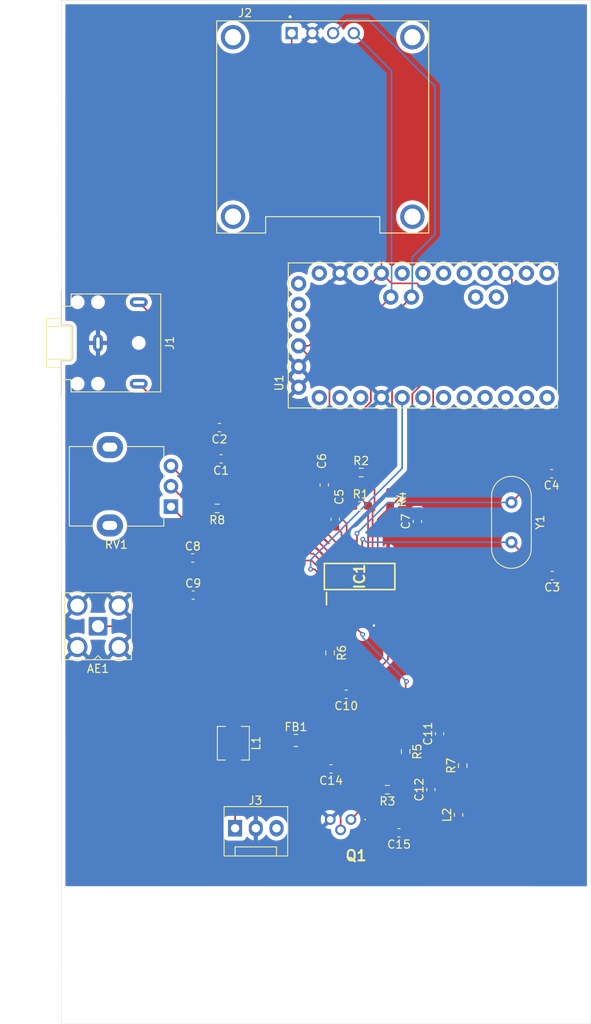
<source format=kicad_pcb>
(kicad_pcb (version 20241229) (generator "pcbnew") (generator_version "9.0")
  (layers (0 "F.Cu" signal) (2 "B.Cu" signal) (13 "F.Paste" user) (15 "B.Paste" user) (5 "F.SilkS" user "F.Silkscreen") (7 "B.SilkS" user "B.Silkscreen") (1 "F.Mask" user) (3 "B.Mask" user) (25 "Edge.Cuts" user))
  (net 0 "")
  (net 1 "AM_ANT")
  (net 2 "Net-(C1-Pad2)")
  (net 3 "Net-(IC1-LOUT)")
  (net 4 "Net-(C2-Pad2)")
  (net 5 "Net-(IC1-ROUT)")
  (net 6 "GND")
  (net 7 "XTAL1")
  (net 8 "XTAL2")
  (net 9 "Net-(IC1-DBYP)")
  (net 10 "+3V3")
  (net 11 "RST")
  (net 12 "TUNE1")
  (net 13 "Net-(IC1-AMI)")
  (net 14 "Net-(C12-Pad1)")
  (net 15 "Net-(C14-Pad2)")
  (net 16 "Net-(Q1-B)")
  (net 17 "FM_ANT")
  (net 18 "Net-(Q1-C)")
  (net 19 "SCLK")
  (net 20 "SDIO")
  (net 21 "LNA")
  (net 22 "Net-(R8-Pad2)")
  (net 23 "TUNE2")
  (net 44 "IRQ")
  (footprint "Capacitor_SMD:C_0603_1608Metric_Pad1.08x0.95mm_HandSolder" (layer "F.Cu") (at 103.3185 76.1548 -90)
    (property "Reference" "C6" (at -2.9315 0.2948 90) (layer "F.SilkS"))
    (property "Value" "0.1uF")
    (fp_line (start -0.146267 0.51) (end 0.146267 0.51) (stroke (width 0.12)) (layer "F.SilkS"))
    (fp_line (start -0.146267 -0.51) (end 0.146267 -0.51) (stroke (width 0.12)) (layer "F.SilkS"))
    (pad "1" smd roundrect (at -0.8625 0 270) (size 1.075 0.95) (layers "F.Cu" "F.Mask" "F.Paste") (net 10 "+3V3"))
    (pad "2" smd roundrect (at 0.8625 0 270) (size 1.075 0.95) (layers "F.Cu" "F.Mask" "F.Paste") (net 9 "Net-(IC1-DBYP)"))
  )
  (footprint "Crystal:Crystal_HC49-4H_Vertical" (layer "F.Cu") (at 126.2737 78.2933 -90)
    (property "Reference" "Y1" (at 2.44 -3.52 90) (layer "F.SilkS"))
    (property "Value" "32.768 kHz")
    (fp_line (start 5.64 2.435) (end -0.76 2.435) (stroke (width 0.12)) (layer "F.SilkS"))
    (fp_line (start -0.76 -2.435) (end 5.64 -2.435) (stroke (width 0.12)) (layer "F.SilkS"))
    (fp_arc (start -0.76 2.435) (mid -3.195 0) (end -0.76 -2.435) (stroke (width 0.12)) (layer "F.SilkS"))
    (fp_arc (start 5.64 -2.435) (mid 8.075 0) (end 5.64 2.435) (stroke (width 0.12)) (layer "F.SilkS"))
    (pad "1" thru_hole circle (at 0 0 270) (size 1.5 1.5) (drill 0.8) (layers "*.Cu" "*.Mask") (net 8 "XTAL2"))
    (pad "2" thru_hole circle (at 4.88 0 270) (size 1.5 1.5) (drill 0.8) (layers "*.Cu" "*.Mask") (net 7 "XTAL1"))
  )
  (footprint "Resistor_SMD:R_0603_1608Metric_Pad0.98x0.95mm_HandSolder" (layer "F.Cu") (at 107.8416 74.6297)
    (property "Reference" "R2" (at 0 -1.43 0) (layer "F.SilkS"))
    (property "Value" "2.2K")
    (fp_line (start -0.254724 -0.5225) (end 0.254724 -0.5225) (stroke (width 0.12)) (layer "F.SilkS"))
    (fp_line (start -0.254724 0.5225) (end 0.254724 0.5225) (stroke (width 0.12)) (layer "F.SilkS"))
    (pad "1" smd roundrect (at -0.9125 0) (size 0.975 0.95) (layers "F.Cu" "F.Mask" "F.Paste") (net 10 "+3V3"))
    (pad "2" smd roundrect (at 0.9125 0) (size 0.975 0.95) (layers "F.Cu" "F.Mask" "F.Paste") (net 20 "SDIO"))
  )
  (footprint "Resistor_SMD:R_0603_1608Metric_Pad0.98x0.95mm_HandSolder" (layer "F.Cu") (at 113.2976 108.8283 -90)
    (property "Reference" "R5" (at 0 -1.43 90) (layer "F.SilkS"))
    (property "Value" "10")
    (fp_line (start -0.254724 0.5225) (end 0.254724 0.5225) (stroke (width 0.12)) (layer "F.SilkS"))
    (fp_line (start -0.254724 -0.5225) (end 0.254724 -0.5225) (stroke (width 0.12)) (layer "F.SilkS"))
    (pad "1" smd roundrect (at -0.9125 0 270) (size 0.975 0.95) (layers "F.Cu" "F.Mask" "F.Paste") (net 10 "+3V3"))
    (pad "2" smd roundrect (at 0.9125 0 270) (size 0.975 0.95) (layers "F.Cu" "F.Mask" "F.Paste") (net 14 "Net-(C12-Pad1)"))
  )
  (footprint "Inductor_SMD:L_Murata_DEM3518C" (layer "F.Cu") (at 92.1648 107.8104 -90)
    (property "Reference" "L1" (at 0 -2.8 90) (layer "F.SilkS"))
    (property "Value" "AM_ANT")
    (fp_line (start -2.06 1.96) (end -2.06 0.96) (stroke (width 0.12)) (layer "F.SilkS"))
    (fp_line (start 2.06 1.96) (end -2.06 1.96) (stroke (width 0.12)) (layer "F.SilkS"))
    (fp_line (start 2.06 0.96) (end 2.06 1.96) (stroke (width 0.12)) (layer "F.SilkS"))
    (fp_line (start -2.06 -0.96) (end -2.06 -1.96) (stroke (width 0.12)) (layer "F.SilkS"))
    (fp_line (start -2.06 -1.96) (end 2.06 -1.96) (stroke (width 0.12)) (layer "F.SilkS"))
    (fp_line (start 2.06 -1.96) (end 2.06 -0.96) (stroke (width 0.12)) (layer "F.SilkS"))
    (pad "1" smd roundrect (at -1.65 0 270) (size 1 1.4) (layers "F.Cu" "F.Mask" "F.Paste") (net 6 "GND"))
    (pad "2" smd roundrect (at 1.65 0 270) (size 1 1.4) (layers "F.Cu" "F.Mask" "F.Paste") (net 1 "AM_ANT"))
  )
  (footprint "Resistor_SMD:R_0603_1608Metric_Pad0.98x0.95mm_HandSolder" (layer "F.Cu") (at 90.1837 79.0233 180)
    (property "Reference" "R8" (at 0 -1.43 0) (layer "F.SilkS"))
    (property "Value" "100")
    (fp_line (start -0.254724 0.5225) (end 0.254724 0.5225) (stroke (width 0.12)) (layer "F.SilkS"))
    (fp_line (start -0.254724 -0.5225) (end 0.254724 -0.5225) (stroke (width 0.12)) (layer "F.SilkS"))
    (pad "1" smd roundrect (at -0.9125 0 180) (size 0.975 0.95) (layers "F.Cu" "F.Mask" "F.Paste") (net 6 "GND"))
    (pad "2" smd roundrect (at 0.9125 0 180) (size 0.975 0.95) (layers "F.Cu" "F.Mask" "F.Paste") (net 22 "Net-(R8-Pad2)"))
  )
  (footprint "Connector_Audio:Jack_3.5mm_CUI_SJ1-3523N_Horizontal" (layer "F.Cu") (at 75.5637 58.7433 -90)
    (property "Reference" "J1" (at 0 -8.8 90) (layer "F.SilkS"))
    (property "Value" "AudioJack3")
    (fp_line (start -3 6.3) (end -3 4.5) (stroke (width 0.12)) (layer "F.SilkS"))
    (fp_line (start 2 6.3) (end 2 3.3) (stroke (width 0.12)) (layer "F.SilkS"))
    (fp_line (start 3 6.3) (end -3 6.3) (stroke (width 0.12)) (layer "F.SilkS"))
    (fp_line (start -4.5 4.5) (end -4.5 3.3) (stroke (width 0.12)) (layer "F.SilkS"))
    (fp_line (start -3 4.5) (end -4.5 4.5) (stroke (width 0.12)) (layer "F.SilkS"))
    (fp_line (start 3 4.5) (end 3 6.3) (stroke (width 0.12)) (layer "F.SilkS"))
    (fp_line (start 4.5 4.5) (end 3 4.5) (stroke (width 0.12)) (layer "F.SilkS"))
    (fp_line (start -6 3.3) (end -6 -7.7) (stroke (width 0.12)) (layer "F.SilkS"))
    (fp_line (start -4.5 3.3) (end -6 3.3) (stroke (width 0.12)) (layer "F.SilkS"))
    (fp_line (start -2 3.3) (end -2 6.3) (stroke (width 0.12)) (layer "F.SilkS"))
    (fp_line (start 2 3.3) (end -2 3.3) (stroke (width 0.12)) (layer "F.SilkS"))
    (fp_line (start 4.5 3.3) (end 4.5 4.5) (stroke (width 0.12)) (layer "F.SilkS"))
    (fp_line (start 6 3.3) (end 4.5 3.3) (stroke (width 0.12)) (layer "F.SilkS"))
    (fp_line (start -6 -7.7) (end 6 -7.7) (stroke (width 0.12)) (layer "F.SilkS"))
    (fp_line (start 6 -7.7) (end 6 3.3) (stroke (width 0.12)) (layer "F.SilkS"))
    (fp_line (start -2.2 4.5) (end -6.5 4.5) (stroke (width 0.12)) (layer "Edge.Cuts"))
    (fp_line (start 2.2 4.5) (end 6.5 4.5) (stroke (width 0.12)) (layer "Edge.Cuts"))
    (fp_line (start -2.2 3.5) (end -2.2 4.5) (stroke (width 0.12)) (layer "Edge.Cuts"))
    (fp_line (start 2.2 3.5) (end 2.2 4.5) (stroke (width 0.12)) (layer "Edge.Cuts"))
    (fp_line (start 1.8 3.1) (end -1.8 3.1) (stroke (width 0.12)) (layer "Edge.Cuts"))
    (fp_arc (start -2.2 3.5) (mid -2.082843 3.217158) (end -1.8 3.1) (stroke (width 0.12)) (layer "Edge.Cuts"))
    (fp_arc (start 1.8 3.1) (mid 2.082843 3.217157) (end 2.2 3.5) (stroke (width 0.12)) (layer "Edge.Cuts"))
    (pad "" np_thru_hole circle (at -5 0 270) (size 1.2 1.2) (drill 1.2) (layers "*.Cu" "*.Mask"))
    (pad "" np_thru_hole circle (at -5 2.5 270) (size 1.2 1.2) (drill 1.2) (layers "*.Cu" "*.Mask"))
    (pad "" np_thru_hole circle (at 0 -5 270) (size 1.2 1.2) (drill 1.2) (layers "*.Cu" "*.Mask"))
    (pad "" np_thru_hole circle (at 5 0 270) (size 1.2 1.2) (drill 1.2) (layers "*.Cu" "*.Mask"))
    (pad "" np_thru_hole circle (at 5 2.5 270) (size 1.2 1.2) (drill 1.2) (layers "*.Cu" "*.Mask"))
    (pad "R" thru_hole oval (at -5 -5 270) (size 1.2 2.2) (drill oval 0.4 1.4) (layers "*.Cu" "*.Mask") (net 4 "Net-(C2-Pad2)"))
    (pad "S" thru_hole oval (at 0 0 270) (size 2.2 1.2) (drill oval 1.4 0.4) (layers "*.Cu" "*.Mask") (net 6 "GND"))
    (pad "T" thru_hole oval (at 5 -5 90) (size 1.2 2.2) (drill oval 0.4 1.4) (layers "*.Cu" "*.Mask") (net 2 "Net-(C1-Pad2)"))
  )
  (footprint "Resistor_SMD:R_0603_1608Metric_Pad0.98x0.95mm_HandSolder" (layer "F.Cu") (at 107.7812 78.7133)
    (property "Reference" "R1" (at 0 -1.43 0) (layer "F.SilkS"))
    (property "Value" "2.2K")
    (fp_line (start -0.254724 -0.5225) (end 0.254724 -0.5225) (stroke (width 0.12)) (layer "F.SilkS"))
    (fp_line (start -0.254724 0.5225) (end 0.254724 0.5225) (stroke (width 0.12)) (layer "F.SilkS"))
    (pad "1" smd roundrect (at -0.9125 0) (size 0.975 0.95) (layers "F.Cu" "F.Mask" "F.Paste") (net 10 "+3V3"))
    (pad "2" smd roundrect (at 0.9125 0) (size 0.975 0.95) (layers "F.Cu" "F.Mask" "F.Paste") (net 19 "SCLK"))
  )
  (footprint "Connector:FanPinHeader_1x03_P2.54mm_Vertical" (layer "F.Cu") (at 92.3807 118.2283)
    (property "Reference" "J3" (at 2.5 -3.4 0) (layer "F.SilkS"))
    (property "Value" "AM_ANTENNA_CONNECTOR")
    (fp_line (start -1.35 -2.65) (end 6.45 -2.65) (stroke (width 0.12)) (layer "F.SilkS"))
    (fp_line (start -1.35 3.4) (end -1.35 -2.65) (stroke (width 0.12)) (layer "F.SilkS"))
    (fp_line (start 0 2.29) (end 5.08 2.29) (stroke (width 0.12)) (layer "F.SilkS"))
    (fp_line (start 0 3.3) (end 0 2.29) (stroke (width 0.12)) (layer "F.SilkS"))
    (fp_line (start 5.08 2.29) (end 5.08 3.3) (stroke (width 0.12)) (layer "F.SilkS"))
    (fp_line (start 6.45 -2.65) (end 6.45 3.4) (stroke (width 0.12)) (layer "F.SilkS"))
    (fp_line (start 6.45 3.4) (end -1.35 3.4) (stroke (width 0.12)) (layer "F.SilkS"))
    (pad "1" thru_hole rect (at 0 0 90) (size 2.03 1.73) (drill 1.02) (layers "*.Cu" "*.Mask") (net 1 "AM_ANT"))
    (pad "2" thru_hole oval (at 2.54 0 90) (size 2.03 1.73) (drill 1.02) (layers "*.Cu" "*.Mask") (net 6 "GND"))
    (pad "3" thru_hole oval (at 5.08 0 90) (size 2.03 1.73) (drill 1.02) (layers "*.Cu" "*.Mask"))
  )
  (footprint "Capacitor_SMD:C_0603_1608Metric_Pad1.08x0.95mm_HandSolder" (layer "F.Cu") (at 104.6647 80.3458 -90)
    (property "Reference" "C5" (at -2.7325 -0.489 90) (layer "F.SilkS"))
    (property "Value" "4.7uF")
    (fp_line (start -0.146267 0.51) (end 0.146267 0.51) (stroke (width 0.12)) (layer "F.SilkS"))
    (fp_line (start -0.146267 -0.51) (end 0.146267 -0.51) (stroke (width 0.12)) (layer "F.SilkS"))
    (pad "1" smd roundrect (at -0.8625 0 270) (size 1.075 0.95) (layers "F.Cu" "F.Mask" "F.Paste") (net 10 "+3V3"))
    (pad "2" smd roundrect (at 0.8625 0 270) (size 1.075 0.95) (layers "F.Cu" "F.Mask" "F.Paste") (net 9 "Net-(IC1-DBYP)"))
  )
  (footprint "RadioLib:SOP64P600X175-24N" (layer "F.Cu") (at 107.6537 87.3733 90)
    (property "Reference" "IC1" (at 0 0 90) (layer "F.SilkS") (effects (font (size 1.27 1.27) (thickness 0.254))))
    (property "Value" "SI4844-A10-GU" (hide yes))
    (fp_line (start 1.6 -4.325) (end 1.6 4.325) (stroke (width 0.2)) (layer "F.SilkS"))
    (fp_line (start -1.6 -4.325) (end 1.6 -4.325) (stroke (width 0.2)) (layer "F.SilkS"))
    (fp_line (start -3.45 -4.06) (end -1.95 -4.06) (stroke (width 0.2)) (layer "F.SilkS"))
    (fp_line (start 1.6 4.325) (end -1.6 4.325) (stroke (width 0.2)) (layer "F.SilkS"))
    (fp_line (start -1.6 4.325) (end -1.6 -4.325) (stroke (width 0.2)) (layer "F.SilkS"))
    (pad "1" smd rect (at -2.7 -3.492 180) (size 0.435 1.5) (layers "F.Cu" "F.Mask" "F.Paste") (net 21 "LNA"))
    (pad "2" smd rect (at -2.7 -2.858 180) (size 0.435 1.5) (layers "F.Cu" "F.Mask" "F.Paste") (net 44 "IRQ"))
    (pad "3" smd rect (at -2.7 -2.222 180) (size 0.435 1.5) (layers "F.Cu" "F.Mask" "F.Paste") (net 12 "TUNE1"))
    (pad "4" smd rect (at -2.7 -1.588 180) (size 0.435 1.5) (layers "F.Cu" "F.Mask" "F.Paste") (net 23 "TUNE2"))
    (pad "5" smd rect (at -2.7 -0.952 180) (size 0.435 1.5) (layers "F.Cu" "F.Mask" "F.Paste") (net 10 "+3V3"))
    (pad "6" smd rect (at -2.7 -0.318 180) (size 0.435 1.5) (layers "F.Cu" "F.Mask" "F.Paste"))
    (pad "7" smd rect (at -2.7 0.318 180) (size 0.435 1.5) (layers "F.Cu" "F.Mask" "F.Paste"))
    (pad "8" smd rect (at -2.7 0.952 180) (size 0.435 1.5) (layers "F.Cu" "F.Mask" "F.Paste") (net 17 "FM_ANT"))
    (pad "9" smd rect (at -2.7 1.588 180) (size 0.435 1.5) (layers "F.Cu" "F.Mask" "F.Paste") (net 6 "GND"))
    (pad "10" smd rect (at -2.7 2.222 180) (size 0.435 1.5) (layers "F.Cu" "F.Mask" "F.Paste") (net 6 "GND"))
    (pad "11" smd rect (at -2.7 2.858 180) (size 0.435 1.5) (layers "F.Cu" "F.Mask" "F.Paste") (net 6 "GND"))
    (pad "12" smd rect (at -2.7 3.492 180) (size 0.435 1.5) (layers "F.Cu" "F.Mask" "F.Paste") (net 13 "Net-(IC1-AMI)"))
    (pad "13" smd rect (at 2.7 3.492 180) (size 0.435 1.5) (layers "F.Cu" "F.Mask" "F.Paste") (net 6 "GND"))
    (pad "14" smd rect (at 2.7 2.858 180) (size 0.435 1.5) (layers "F.Cu" "F.Mask" "F.Paste") (net 6 "GND"))
    (pad "15" smd rect (at 2.7 2.222 180) (size 0.435 1.5) (layers "F.Cu" "F.Mask" "F.Paste") (net 11 "RST"))
    (pad "16" smd rect (at 2.7 1.588 180) (size 0.435 1.5) (layers "F.Cu" "F.Mask" "F.Paste") (net 20 "SDIO"))
    (pad "17" smd rect (at 2.7 0.952 180) (size 0.435 1.5) (layers "F.Cu" "F.Mask" "F.Paste") (net 19 "SCLK"))
    (pad "18" smd rect (at 2.7 0.318 180) (size 0.435 1.5) (layers "F.Cu" "F.Mask" "F.Paste") (net 7 "XTAL1"))
    (pad "19" smd rect (at 2.7 -0.318 180) (size 0.435 1.5) (layers "F.Cu" "F.Mask" "F.Paste") (net 8 "XTAL2"))
    (pad "20" smd rect (at 2.7 -0.952 180) (size 0.435 1.5) (layers "F.Cu" "F.Mask" "F.Paste") (net 10 "+3V3"))
    (pad "21" smd rect (at 2.7 -1.588 180) (size 0.435 1.5) (layers "F.Cu" "F.Mask" "F.Paste") (net 10 "+3V3"))
    (pad "22" smd rect (at 2.7 -2.222 180) (size 0.435 1.5) (layers "F.Cu" "F.Mask" "F.Paste") (net 9 "Net-(IC1-DBYP)"))
    (pad "23" smd rect (at 2.7 -2.858 180) (size 0.435 1.5) (layers "F.Cu" "F.Mask" "F.Paste") (net 5 "Net-(IC1-ROUT)"))
    (pad "24" smd rect (at 2.7 -3.492 180) (size 0.435 1.5) (layers "F.Cu" "F.Mask" "F.Paste") (net 3 "Net-(IC1-LOUT)"))
  )
  (footprint "Potentiometer_THT:Potentiometer_Alpha_RD901F-40-00D_Single_Vertical" (layer "F.Cu") (at 84.5187 78.8133 180)
    (property "Reference" "RV1" (at 6.71 -4.64 0) (layer "F.SilkS"))
    (property "Value" "100K")
    (fp_line (start 12.47 7.37) (end 12.47 -2.37) (stroke (width 0.12)) (layer "F.SilkS"))
    (fp_line (start 9.41 7.37) (end 12.47 7.37) (stroke (width 0.12)) (layer "F.SilkS"))
    (fp_line (start 9.41 -2.37) (end 12.47 -2.37) (stroke (width 0.12)) (layer "F.SilkS"))
    (fp_line (start 0.88 7.37) (end 5.6 7.37) (stroke (width 0.12)) (layer "F.SilkS"))
    (fp_line (start 0.88 7.37) (end 0.88 5.88) (stroke (width 0.12)) (layer "F.SilkS"))
    (fp_line (start 0.88 4.16) (end 0.88 3.33) (stroke (width 0.12)) (layer "F.SilkS"))
    (fp_line (start 0.88 1.71) (end 0.88 1.18) (stroke (width 0.12)) (layer "F.SilkS"))
    (fp_line (start 0.88 -1.19) (end 0.88 -2.37) (stroke (width 0.12)) (layer "F.SilkS"))
    (fp_line (start 0.88 -2.38) (end 5.6 -2.38) (stroke (width 0.12)) (layer "F.SilkS"))
    (pad "" thru_hole oval (at 7.5 -2.3 270) (size 2.72 3.24) (drill oval 1.1 1.8) (layers "*.Cu" "*.Mask"))
    (pad "" thru_hole oval (at 7.5 7.3 270) (size 2.72 3.24) (drill oval 1.1 1.8) (layers "*.Cu" "*.Mask"))
    (pad "1" thru_hole rect (at 0 0 270) (size 1.8 1.8) (drill 1) (layers "*.Cu" "*.Mask") (net 12 "TUNE1"))
    (pad "2" thru_hole circle (at 0 2.5 270) (size 1.8 1.8) (drill 1) (layers "*.Cu" "*.Mask") (net 23 "TUNE2"))
    (pad "3" thru_hole circle (at 0 5 270) (size 1.8 1.8) (drill 1) (layers "*.Cu" "*.Mask") (net 22 "Net-(R8-Pad2)"))
  )
  (footprint "Capacitor_SMD:C_0603_1608Metric_Pad1.08x0.95mm_HandSolder" (layer "F.Cu") (at 106.0109 101.8077 180)
    (property "Reference" "C10" (at 0 -1.43 0) (layer "F.SilkS"))
    (property "Value" "0.47uF")
    (fp_line (start -0.146267 0.51) (end 0.146267 0.51) (stroke (width 0.12)) (layer "F.SilkS"))
    (fp_line (start -0.146267 -0.51) (end 0.146267 -0.51) (stroke (width 0.12)) (layer "F.SilkS"))
    (pad "1" smd roundrect (at -0.8625 0 180) (size 1.075 0.95) (layers "F.Cu" "F.Mask" "F.Paste") (net 13 "Net-(IC1-AMI)"))
    (pad "2" smd roundrect (at 0.8625 0 180) (size 1.075 0.95) (layers "F.Cu" "F.Mask" "F.Paste") (net 1 "AM_ANT"))
  )
  (footprint "Capacitor_SMD:C_0603_1608Metric_Pad1.08x0.95mm_HandSolder" (layer "F.Cu") (at 87.1917 85.1013)
    (property "Reference" "C8" (at 0 -1.43 0) (layer "F.SilkS"))
    (property "Value" "47uF")
    (fp_line (start -0.146267 -0.51) (end 0.146267 -0.51) (stroke (width 0.12)) (layer "F.SilkS"))
    (fp_line (start -0.146267 0.51) (end 0.146267 0.51) (stroke (width 0.12)) (layer "F.SilkS"))
    (pad "1" smd roundrect (at -0.8625 0) (size 1.075 0.95) (layers "F.Cu" "F.Mask" "F.Paste") (net 12 "TUNE1"))
    (pad "2" smd roundrect (at 0.8625 0) (size 1.075 0.95) (layers "F.Cu" "F.Mask" "F.Paste") (net 6 "GND"))
  )
  (footprint "Capacitor_SMD:C_0603_1608Metric_Pad1.08x0.95mm_HandSolder" (layer "F.Cu") (at 114.7485 80.623 90)
    (property "Reference" "C7" (at 0 -1.43 90) (layer "F.SilkS"))
    (property "Value" "0.1uF")
    (fp_line (start -0.146267 -0.51) (end 0.146267 -0.51) (stroke (width 0.12)) (layer "F.SilkS"))
    (fp_line (start -0.146267 0.51) (end 0.146267 0.51) (stroke (width 0.12)) (layer "F.SilkS"))
    (pad "1" smd roundrect (at -0.8625 0 90) (size 1.075 0.95) (layers "F.Cu" "F.Mask" "F.Paste") (net 6 "GND"))
    (pad "2" smd roundrect (at 0.8625 0 90) (size 1.075 0.95) (layers "F.Cu" "F.Mask" "F.Paste") (net 11 "RST"))
  )
  (footprint "Capacitor_SMD:C_0603_1608Metric_Pad1.08x0.95mm_HandSolder" (layer "F.Cu") (at 87.2425 89.6479)
    (property "Reference" "C9" (at 0 -1.43 0) (layer "F.SilkS"))
    (property "Value" "0.1uF")
    (fp_line (start -0.146267 -0.51) (end 0.146267 -0.51) (stroke (width 0.12)) (layer "F.SilkS"))
    (fp_line (start -0.146267 0.51) (end 0.146267 0.51) (stroke (width 0.12)) (layer "F.SilkS"))
    (pad "1" smd roundrect (at -0.8625 0) (size 1.075 0.95) (layers "F.Cu" "F.Mask" "F.Paste") (net 12 "TUNE1"))
    (pad "2" smd roundrect (at 0.8625 0) (size 1.075 0.95) (layers "F.Cu" "F.Mask" "F.Paste") (net 6 "GND"))
  )
  (footprint "Inductor_SMD:L_0603_1608Metric_Pad1.05x0.95mm_HandSolder" (layer "F.Cu") (at 119.8 116.5988 90)
    (property "Reference" "L2" (at 0 -1.43 90) (layer "F.SilkS"))
    (property "Value" "270nH")
    (fp_line (start -0.171267 -0.51) (end 0.171267 -0.51) (stroke (width 0.12)) (layer "F.SilkS"))
    (fp_line (start -0.171267 0.51) (end 0.171267 0.51) (stroke (width 0.12)) (layer "F.SilkS"))
    (pad "1" smd roundrect (at -0.875 0 90) (size 1.05 0.95) (layers "F.Cu" "F.Mask" "F.Paste") (net 17 "FM_ANT"))
    (pad "2" smd roundrect (at 0.875 0 90) (size 1.05 0.95) (layers "F.Cu" "F.Mask" "F.Paste") (net 6 "GND"))
  )
  (footprint "DM-OLED096-636:MODULE_DM-OLED096-636" (layer "F.Cu") (at 103.13 32.27)
    (property "Reference" "J2" (at -9.525 -13.97 0) (layer "F.SilkS"))
    (property "Value" "Conn_01x04_Pin")
    (fp_line (start -13 -13) (end 13 -13) (stroke (width 0.127)) (layer "F.SilkS"))
    (fp_line (start -13 13) (end -13 -13) (stroke (width 0.127)) (layer "F.SilkS"))
    (fp_line (start -7 11) (end -7 13) (stroke (width 0.127)) (layer "F.SilkS"))
    (fp_line (start -7 13) (end -13 13) (stroke (width 0.127)) (layer "F.SilkS"))
    (fp_line (start 7 11) (end -7 11) (stroke (width 0.127)) (layer "F.SilkS"))
    (fp_line (start 7 13) (end 7 11) (stroke (width 0.127)) (layer "F.SilkS"))
    (fp_line (start 13 -13) (end 13 13) (stroke (width 0.127)) (layer "F.SilkS"))
    (fp_line (start 13 13) (end 7 13) (stroke (width 0.127)) (layer "F.SilkS"))
    (fp_circle (center -4 -13.5) (end -3.9 -13.5) (stroke (width 0.2)) (fill no) (layer "F.SilkS"))
    (pad "1" thru_hole rect (at -3.81 -11.5) (size 1.508 1.508) (drill 1) (layers "*.Cu" "*.Mask") (net 10 "+3V3"))
    (pad "2" thru_hole circle (at -1.27 -11.5) (size 1.508 1.508) (drill 1) (layers "*.Cu" "*.Mask") (net 6 "GND"))
    (pad "3" thru_hole circle (at 1.27 -11.5) (size 1.508 1.508) (drill 1) (layers "*.Cu" "*.Mask") (net 20 "SDIO"))
    (pad "4" thru_hole circle (at 3.81 -11.5) (size 1.508 1.508) (drill 1) (layers "*.Cu" "*.Mask") (net 19 "SCLK"))
    (pad "S1" thru_hole circle (at -11 -11) (size 3 3) (drill 2) (layers "*.Cu" "*.Mask"))
    (pad "S2" thru_hole circle (at 11 -11) (size 3 3) (drill 2) (layers "*.Cu" "*.Mask"))
    (pad "S3" thru_hole circle (at 11 11) (size 3 3) (drill 2) (layers "*.Cu" "*.Mask"))
    (pad "S4" thru_hole circle (at -11 11) (size 3 3) (drill 2) (layers "*.Cu" "*.Mask"))
  )
  (footprint "Resistor_SMD:R_0603_1608Metric_Pad0.98x0.95mm_HandSolder" (layer "F.Cu") (at 104.0297 96.7296 -90)
    (property "Reference" "R6" (at 0 -1.43 90) (layer "F.SilkS"))
    (property "Value" "120K")
    (fp_line (start -0.254724 0.5225) (end 0.254724 0.5225) (stroke (width 0.12)) (layer "F.SilkS"))
    (fp_line (start -0.254724 -0.5225) (end 0.254724 -0.5225) (stroke (width 0.12)) (layer "F.SilkS"))
    (pad "1" smd roundrect (at -0.9125 0 270) (size 0.975 0.95) (layers "F.Cu" "F.Mask" "F.Paste") (net 21 "LNA"))
    (pad "2" smd roundrect (at 0.9125 0 270) (size 0.975 0.95) (layers "F.Cu" "F.Mask" "F.Paste") (net 16 "Net-(Q1-B)"))
  )
  (footprint "Capacitor_SMD:C_0603_1608Metric_Pad1.08x0.95mm_HandSolder" (layer "F.Cu") (at 90.4639 69.1225 180)
    (property "Reference" "C2" (at 0 -1.43 0) (layer "F.SilkS"))
    (property "Value" "4.7uF")
    (fp_line (start -0.146267 0.51) (end 0.146267 0.51) (stroke (width 0.12)) (layer "F.SilkS"))
    (fp_line (start -0.146267 -0.51) (end 0.146267 -0.51) (stroke (width 0.12)) (layer "F.SilkS"))
    (pad "1" smd roundrect (at -0.8625 0 180) (size 1.075 0.95) (layers "F.Cu" "F.Mask" "F.Paste") (net 5 "Net-(IC1-ROUT)"))
    (pad "2" smd roundrect (at 0.8625 0 180) (size 1.075 0.95) (layers "F.Cu" "F.Mask" "F.Paste") (net 4 "Net-(C2-Pad2)"))
  )
  (footprint "Capacitor_SMD:C_0603_1608Metric_Pad1.08x0.95mm_HandSolder" (layer "F.Cu") (at 90.6704 72.9533 180)
    (property "Reference" "C1" (at 0 -1.43 0) (layer "F.SilkS"))
    (property "Value" "4.7uF")
    (fp_line (start -0.146267 0.51) (end 0.146267 0.51) (stroke (width 0.12)) (layer "F.SilkS"))
    (fp_line (start -0.146267 -0.51) (end 0.146267 -0.51) (stroke (width 0.12)) (layer "F.SilkS"))
    (pad "1" smd roundrect (at -0.8625 0 180) (size 1.075 0.95) (layers "F.Cu" "F.Mask" "F.Paste") (net 3 "Net-(IC1-LOUT)"))
    (pad "2" smd roundrect (at 0.8625 0 180) (size 1.075 0.95) (layers "F.Cu" "F.Mask" "F.Paste") (net 2 "Net-(C1-Pad2)"))
  )
  (footprint "RadioLib:SS9018" (layer "F.Cu") (at 106.592 117.1576 180)
    (property "Reference" "Q1" (at -0.6324 -4.434 0) (layer "F.SilkS") (effects (font (size 1.27 1.27) (thickness 0.254))))
    (property "Value" "NPN" (hide yes))
    (fp_line (start -1.7 0) (end -1.7 0) (stroke (width 0.1)) (layer "F.SilkS"))
    (fp_line (start -1.8 0) (end -1.8 0) (stroke (width 0.1)) (layer "F.SilkS"))
    (fp_arc (start -1.7 0) (mid -1.75 0.05) (end -1.8 0) (stroke (width 0.1)) (layer "F.SilkS"))
    (fp_arc (start -1.8 0) (mid -1.75 -0.05) (end -1.7 0) (stroke (width 0.1)) (layer "F.SilkS"))
    (pad "1" thru_hole circle (at 0 0 180) (size 1.333 1.333) (drill 0.82) (layers "*.Cu" "*.Mask") (net 18 "Net-(Q1-C)"))
    (pad "2" thru_hole circle (at 1.27 -1.27 180) (size 1.333 1.333) (drill 0.82) (layers "*.Cu" "*.Mask") (net 16 "Net-(Q1-B)"))
    (pad "3" thru_hole circle (at 2.54 0 180) (size 1.333 1.333) (drill 0.82) (layers "*.Cu" "*.Mask") (net 6 "GND"))
  )
  (footprint "Capacitor_SMD:C_0603_1608Metric_Pad1.08x0.95mm_HandSolder" (layer "F.Cu") (at 104.1525 110.96 180)
    (property "Reference" "C14" (at 0 -1.43 0) (layer "F.SilkS"))
    (property "Value" "33nF")
    (fp_line (start -0.146267 0.51) (end 0.146267 0.51) (stroke (width 0.12)) (layer "F.SilkS"))
    (fp_line (start -0.146267 -0.51) (end 0.146267 -0.51) (stroke (width 0.12)) (layer "F.SilkS"))
    (pad "1" smd roundrect (at -0.8625 0 180) (size 1.075 0.95) (layers "F.Cu" "F.Mask" "F.Paste") (net 16 "Net-(Q1-B)"))
    (pad "2" smd roundrect (at 0.8625 0 180) (size 1.075 0.95) (layers "F.Cu" "F.Mask" "F.Paste") (net 15 "Net-(C14-Pad2)"))
  )
  (footprint "Capacitor_SMD:C_0603_1608Metric_Pad1.08x0.95mm_HandSolder" (layer "F.Cu") (at 117.4632 106.6409 90)
    (property "Reference" "C11" (at 0 -1.43 90) (layer "F.SilkS"))
    (property "Value" "0.47uF")
    (fp_line (start -0.146267 -0.51) (end 0.146267 -0.51) (stroke (width 0.12)) (layer "F.SilkS"))
    (fp_line (start -0.146267 0.51) (end 0.146267 0.51) (stroke (width 0.12)) (layer "F.SilkS"))
    (pad "1" smd roundrect (at -0.8625 0 90) (size 1.075 0.95) (layers "F.Cu" "F.Mask" "F.Paste") (net 10 "+3V3"))
    (pad "2" smd roundrect (at 0.8625 0 90) (size 1.075 0.95) (layers "F.Cu" "F.Mask" "F.Paste") (net 6 "GND"))
  )
  (footprint "Connector_Coaxial:SMA_Amphenol_901-143_Horizontal" (layer "F.Cu") (at 75.57 93.47 90)
    (property "Reference" "AE1" (at -5.2 0 0) (layer "F.SilkS"))
    (property "Value" "Antenna")
    (fp_line (start 4.1 -4.1) (end 4.1 4.1) (stroke (width 0.12)) (layer "F.SilkS"))
    (fp_line (start -4.1 -4.1) (end 4.1 -4.1) (stroke (width 0.12)) (layer "F.SilkS"))
    (fp_line (start -4.1 -4.1) (end -4.1 4.1) (stroke (width 0.12)) (layer "F.SilkS"))
    (fp_line (start -3.6 0) (end -4.1 -0.5) (stroke (width 0.12)) (layer "F.SilkS"))
    (fp_line (start -4.1 0.5) (end -3.6 0) (stroke (width 0.12)) (layer "F.SilkS"))
    (fp_line (start -4.1 4.1) (end 4.1 4.1) (stroke (width 0.12)) (layer "F.SilkS"))
    (fp_line (start 4.3 -4.5) (end -4.3 -4.5) (stroke (width 0.1)) (layer "Edge.Cuts"))
    (pad "1" thru_hole roundrect (at 0 0 90) (size 2.3 2.3) (drill 1.5) (layers "*.Cu" "*.Mask") (roundrect_rratio 0.087) (net 1 "AM_ANT"))
    (pad "2" thru_hole circle (at -2.54 -2.54 90) (size 2.5 2.5) (drill 1.7) (layers "*.Cu" "*.Mask") (net 6 "GND"))
    (pad "2" thru_hole circle (at -2.54 2.54 90) (size 2.5 2.5) (drill 1.7) (layers "*.Cu" "*.Mask") (net 6 "GND"))
    (pad "2" thru_hole circle (at 2.54 -2.54 90) (size 2.5 2.5) (drill 1.7) (layers "*.Cu" "*.Mask") (net 6 "GND"))
    (pad "2" thru_hole circle (at 2.54 2.54 90) (size 2.5 2.5) (drill 1.7) (layers "*.Cu" "*.Mask") (net 6 "GND"))
  )
  (footprint "Capacitor_SMD:C_0603_1608Metric_Pad1.08x0.95mm_HandSolder" (layer "F.Cu") (at 116.3964 113.4989 90)
    (property "Reference" "C12" (at 0 -1.43 90) (layer "F.SilkS"))
    (property "Value" "33nF")
    (fp_line (start -0.146267 -0.51) (end 0.146267 -0.51) (stroke (width 0.12)) (layer "F.SilkS"))
    (fp_line (start -0.146267 0.51) (end 0.146267 0.51) (stroke (width 0.12)) (layer "F.SilkS"))
    (pad "1" smd roundrect (at -0.8625 0 90) (size 1.075 0.95) (layers "F.Cu" "F.Mask" "F.Paste") (net 14 "Net-(C12-Pad1)"))
    (pad "2" smd roundrect (at 0.8625 0 90) (size 1.075 0.95) (layers "F.Cu" "F.Mask" "F.Paste") (net 6 "GND"))
  )
  (footprint "Capacitor_SMD:C_0603_1608Metric_Pad1.08x0.95mm_HandSolder" (layer "F.Cu") (at 112.4848 118.7832 180)
    (property "Reference" "C15" (at 0 -1.43 0) (layer "F.SilkS"))
    (property "Value" "10pF")
    (fp_line (start -0.146267 0.51) (end 0.146267 0.51) (stroke (width 0.12)) (layer "F.SilkS"))
    (fp_line (start -0.146267 -0.51) (end 0.146267 -0.51) (stroke (width 0.12)) (layer "F.SilkS"))
    (pad "1" smd roundrect (at -0.8625 0 180) (size 1.075 0.95) (layers "F.Cu" "F.Mask" "F.Paste") (net 17 "FM_ANT"))
    (pad "2" smd roundrect (at 0.8625 0 180) (size 1.075 0.95) (layers "F.Cu" "F.Mask" "F.Paste") (net 18 "Net-(Q1-C)"))
  )
  (footprint "ARDUINO_PRO_MINI:MODULE_ARDUINO_PRO_MINI" (layer "F.Cu") (at 115.4137 57.8233 90)
    (property "Reference" "U1" (at -5.825 -17.635 90) (layer "F.SilkS"))
    (property "Value" "ARDUINO_PRO_MINI")
    (fp_line (start 8.89 -16.51) (end -8.89 -16.51) (stroke (width 0.127)) (layer "F.SilkS"))
    (fp_line (start -8.89 -16.51) (end -8.89 16.51) (stroke (width 0.127)) (layer "F.SilkS"))
    (fp_line (start 8.89 16.51) (end 8.89 -16.51) (stroke (width 0.127)) (layer "F.SilkS"))
    (fp_line (start -8.89 16.51) (end 8.89 16.51) (stroke (width 0.127)) (layer "F.SilkS"))
    (pad "JP1_1" thru_hole circle (at 6.35 -15.24 90) (size 1.8796 1.8796) (drill 1.016) (layers "*.Cu" "*.Mask"))
    (pad "JP1_2" thru_hole circle (at 3.81 -15.24 90) (size 1.8796 1.8796) (drill 1.016) (layers "*.Cu" "*.Mask"))
    (pad "JP1_3" thru_hole circle (at 1.27 -15.24 90) (size 1.8796 1.8796) (drill 1.016) (layers "*.Cu" "*.Mask"))
    (pad "JP1_4" thru_hole circle (at -1.27 -15.24 90) (size 1.8796 1.8796) (drill 1.016) (layers "*.Cu" "*.Mask") (net 10 "+3V3"))
    (pad "JP1_5" thru_hole circle (at -3.81 -15.24 90) (size 1.8796 1.8796) (drill 1.016) (layers "*.Cu" "*.Mask") (net 6 "GND"))
    (pad "JP1_6" thru_hole circle (at -6.35 -15.24 90) (size 1.8796 1.8796) (drill 1.016) (layers "*.Cu" "*.Mask") (net 6 "GND"))
    (pad "JP2_1" thru_hole circle (at 4.699 -1.397 90) (size 1.8796 1.8796) (drill 1.016) (layers "*.Cu" "*.Mask") (net 20 "SDIO"))
    (pad "JP2_2" thru_hole circle (at 4.699 -3.937 90) (size 1.8796 1.8796) (drill 1.016) (layers "*.Cu" "*.Mask") (net 19 "SCLK"))
    (pad "JP3_1" thru_hole circle (at 4.699 9.017 90) (size 1.8796 1.8796) (drill 1.016) (layers "*.Cu" "*.Mask"))
    (pad "JP3_2" thru_hole circle (at 4.699 6.477 90) (size 1.8796 1.8796) (drill 1.016) (layers "*.Cu" "*.Mask"))
    (pad "JP6_1" thru_hole circle (at 7.62 -12.7 90) (size 1.8796 1.8796) (drill 1.016) (layers "*.Cu" "*.Mask"))
    (pad "JP6_2" thru_hole circle (at 7.62 -10.16 90) (size 1.8796 1.8796) (drill 1.016) (layers "*.Cu" "*.Mask") (net 6 "GND"))
    (pad "JP6_3" thru_hole circle (at 7.62 -7.62 90) (size 1.8796 1.8796) (drill 1.016) (layers "*.Cu" "*.Mask"))
    (pad "JP6_4" thru_hole circle (at 7.62 -5.08 90) (size 1.8796 1.8796) (drill 1.016) (layers "*.Cu" "*.Mask") (net 10 "+3V3"))
    (pad "JP6_5" thru_hole circle (at 7.62 -2.54 90) (size 1.8796 1.8796) (drill 1.016) (layers "*.Cu" "*.Mask"))
    (pad "JP6_6" thru_hole circle (at 7.62 0 90) (size 1.8796 1.8796) (drill 1.016) (layers "*.Cu" "*.Mask"))
    (pad "JP6_7" thru_hole circle (at 7.62 2.54 90) (size 1.8796 1.8796) (drill 1.016) (layers "*.Cu" "*.Mask"))
    (pad "JP6_8" thru_hole circle (at 7.62 5.08 90) (size 1.8796 1.8796) (drill 1.016) (layers "*.Cu" "*.Mask"))
    (pad "JP6_9" thru_hole circle (at 7.62 7.62 90) (size 1.8796 1.8796) (drill 1.016) (layers "*.Cu" "*.Mask"))
    (pad "JP6_10" thru_hole circle (at 7.62 10.16 90) (size 1.8796 1.8796) (drill 1.016) (layers "*.Cu" "*.Mask") (net 11 "RST"))
    (pad "JP6_11" thru_hole circle (at 7.62 12.7 90) (size 1.8796 1.8796) (drill 1.016) (layers "*.Cu" "*.Mask"))
    (pad "JP6_12" thru_hole circle (at 7.62 15.24 90) (size 1.8796 1.8796) (drill 1.016) (layers "*.Cu" "*.Mask"))
    (pad "JP7_1" thru_hole circle (at -7.62 15.24 90) (size 1.8796 1.8796) (drill 1.016) (layers "*.Cu" "*.Mask"))
    (pad "JP7_2" thru_hole circle (at -7.62 12.7 90) (size 1.8796 1.8796) (drill 1.016) (layers "*.Cu" "*.Mask"))
    (pad "JP7_3" thru_hole circle (at -7.62 10.16 90) (size 1.8796 1.8796) (drill 1.016) (layers "*.Cu" "*.Mask"))
    (pad "JP7_4" thru_hole circle (at -7.62 7.62 90) (size 1.8796 1.8796) (drill 1.016) (layers "*.Cu" "*.Mask"))
    (pad "JP7_5" thru_hole circle (at -7.62 5.08 90) (size 1.8796 1.8796) (drill 1.016) (layers "*.Cu" "*.Mask"))
    (pad "JP7_6" thru_hole circle (at -7.62 2.54 90) (size 1.8796 1.8796) (drill 1.016) (layers "*.Cu" "*.Mask"))
    (pad "JP7_7" thru_hole circle (at -7.62 0 90) (size 1.8796 1.8796) (drill 1.016) (layers "*.Cu" "*.Mask"))
    (pad "JP7_8" thru_hole circle (at -7.62 -2.54 90) (size 1.8796 1.8796) (drill 1.016) (layers "*.Cu" "*.Mask") (net 44 "IRQ"))
    (pad "JP7_9" thru_hole circle (at -7.62 -5.08 90) (size 1.8796 1.8796) (drill 1.016) (layers "*.Cu" "*.Mask") (net 6 "GND"))
    (pad "JP7_10" thru_hole circle (at -7.62 -7.62 90) (size 1.8796 1.8796) (drill 1.016) (layers "*.Cu" "*.Mask"))
    (pad "JP7_11" thru_hole circle (at -7.62 -10.16 90) (size 1.8796 1.8796) (drill 1.016) (layers "*.Cu" "*.Mask"))
    (pad "JP7_12" thru_hole circle (at -7.62 -12.7 90) (size 1.8796 1.8796) (drill 1.016) (layers "*.Cu" "*.Mask"))
  )
  (footprint "Resistor_SMD:R_0805_2012Metric_Pad1.20x1.40mm_HandSolder" (layer "F.Cu") (at 99.8444 107.4616)
    (property "Reference" "FB1" (at 0 -1.65 0) (layer "F.SilkS"))
    (property "Value" "2.5K")
    (fp_line (start -0.227064 -0.735) (end 0.227064 -0.735) (stroke (width 0.12)) (layer "F.SilkS"))
    (fp_line (start -0.227064 0.735) (end 0.227064 0.735) (stroke (width 0.12)) (layer "F.SilkS"))
    (pad "1" smd roundrect (at -1 0) (size 1.2 1.4) (layers "F.Cu" "F.Mask" "F.Paste") (roundrect_rratio 0.208333) (net 1 "AM_ANT"))
    (pad "2" smd roundrect (at 1 0) (size 1.2 1.4) (layers "F.Cu" "F.Mask" "F.Paste") (roundrect_rratio 0.208333) (net 15 "Net-(C14-Pad2)"))
  )
  (footprint "Capacitor_SMD:C_0603_1608Metric_Pad1.08x0.95mm_HandSolder" (layer "F.Cu") (at 131.2062 74.7733 180)
    (property "Reference" "C4" (at 0 -1.43 0) (layer "F.SilkS"))
    (property "Value" "22pF")
    (fp_line (start -0.146267 0.51) (end 0.146267 0.51) (stroke (width 0.12)) (layer "F.SilkS"))
    (fp_line (start -0.146267 -0.51) (end 0.146267 -0.51) (stroke (width 0.12)) (layer "F.SilkS"))
    (pad "1" smd roundrect (at -0.8625 0 180) (size 1.075 0.95) (layers "F.Cu" "F.Mask" "F.Paste") (net 6 "GND"))
    (pad "2" smd roundrect (at 0.8625 0 180) (size 1.075 0.95) (layers "F.Cu" "F.Mask" "F.Paste") (net 8 "XTAL2"))
  )
  (footprint "Resistor_SMD:R_0603_1608Metric_Pad0.98x0.95mm_HandSolder" (layer "F.Cu") (at 111.3957 77.9336 -90)
    (property "Reference" "R4" (at 0 -1.43 90) (layer "F.SilkS"))
    (property "Value" "100K")
    (fp_line (start -0.254724 0.5225) (end 0.254724 0.5225) (stroke (width 0.12)) (layer "F.SilkS"))
    (fp_line (start -0.254724 -0.5225) (end 0.254724 -0.5225) (stroke (width 0.12)) (layer "F.SilkS"))
    (pad "1" smd roundrect (at -0.9125 0 270) (size 0.975 0.95) (layers "F.Cu" "F.Mask" "F.Paste") (net 10 "+3V3"))
    (pad "2" smd roundrect (at 0.9125 0 270) (size 0.975 0.95) (layers "F.Cu" "F.Mask" "F.Paste") (net 11 "RST"))
  )
  (footprint "Resistor_SMD:R_0603_1608Metric_Pad0.98x0.95mm_HandSolder" (layer "F.Cu") (at 111.0624 113.5 180)
    (property "Reference" "R3" (at 0 -1.43 0) (layer "F.SilkS"))
    (property "Value" "1K")
    (fp_line (start -0.254724 0.5225) (end 0.254724 0.5225) (stroke (width 0.12)) (layer "F.SilkS"))
    (fp_line (start -0.254724 -0.5225) (end 0.254724 -0.5225) (stroke (width 0.12)) (layer "F.SilkS"))
    (pad "1" smd roundrect (at -0.9125 0 180) (size 0.975 0.95) (layers "F.Cu" "F.Mask" "F.Paste") (net 14 "Net-(C12-Pad1)"))
    (pad "2" smd roundrect (at 0.9125 0 180) (size 0.975 0.95) (layers "F.Cu" "F.Mask" "F.Paste") (net 18 "Net-(Q1-C)"))
  )
  (footprint "Capacitor_SMD:C_0603_1608Metric_Pad1.08x0.95mm_HandSolder" (layer "F.Cu") (at 131.2737 87.2633 180)
    (property "Reference" "C3" (at 0 -1.43 0) (layer "F.SilkS"))
    (property "Value" "22pF")
    (fp_line (start -0.146267 0.51) (end 0.146267 0.51) (stroke (width 0.12)) (layer "F.SilkS"))
    (fp_line (start -0.146267 -0.51) (end 0.146267 -0.51) (stroke (width 0.12)) (layer "F.SilkS"))
    (pad "1" smd roundrect (at -0.8625 0 180) (size 1.075 0.95) (layers "F.Cu" "F.Mask" "F.Paste") (net 6 "GND"))
    (pad "2" smd roundrect (at 0.8625 0 180) (size 1.075 0.95) (layers "F.Cu" "F.Mask" "F.Paste") (net 7 "XTAL1"))
  )
  (footprint "Resistor_SMD:R_0603_1608Metric_Pad0.98x0.95mm_HandSolder" (layer "F.Cu") (at 120.308 110.5536 90)
    (property "Reference" "R7" (at 0 -1.43 90) (layer "F.SilkS"))
    (property "Value" "100K")
    (fp_line (start -0.254724 -0.5225) (end 0.254724 -0.5225) (stroke (width 0.12)) (layer "F.SilkS"))
    (fp_line (start -0.254724 0.5225) (end 0.254724 0.5225) (stroke (width 0.12)) (layer "F.SilkS"))
    (pad "1" smd roundrect (at -0.9125 0 90) (size 0.975 0.95) (layers "F.Cu" "F.Mask" "F.Paste") (net 16 "Net-(Q1-B)"))
    (pad "2" smd roundrect (at 0.9125 0 90) (size 0.975 0.95) (layers "F.Cu" "F.Mask" "F.Paste") (net 6 "GND"))
  )
  (gr_line (start 71.07 89.17) (end 71.0637 65.2433) (stroke (width 0.05)) (layer "Edge.Cuts"))
  (gr_line (start 136.0337 142.22) (end 136.0337 16.7333) (stroke (width 0.05)) (layer "Edge.Cuts"))
  (gr_line (start 71.0637 52.2433) (end 71.0709 16.7333) (stroke (width 0.05)) (layer "Edge.Cuts"))
  (gr_line (start 71.07 97.78) (end 71.0709 142.22) (stroke (width 0.05)) (layer "Edge.Cuts"))
  (gr_line (start 136.0337 142.22) (end 71.0709 142.22) (stroke (width 0.05)) (layer "Edge.Cuts"))
  (gr_line (start 71.0709 16.7333) (end 136.0337 16.7333) (stroke (width 0.05)) (layer "Edge.Cuts"))
  (segment (start 75.57 93.47) (end 94.65 93.47) (width 0.2) (layer "F.Cu") (net 1))
  (segment (start 105.1361 101.82) (end 105.1484 101.8077) (width 0.2) (layer "F.Cu") (net 1))
  (segment (start 94.65 93.47) (end 102.9877 101.8077) (width 0.2) (layer "F.Cu") (net 1))
  (segment (start 94.1636 107.4616) (end 92.1648 109.4604) (width 0.2) (layer "F.Cu") (net 1))
  (segment (start 92.3807 118.2283) (end 92.3807 109.6763) (width 0.2) (layer "F.Cu") (net 1))
  (segment (start 98.8444 107.4616) (end 104.4983 101.8077) (width 0.2) (layer "F.Cu") (net 1))
  (segment (start 98.8444 107.4616) (end 94.1636 107.4616) (width 0.2) (layer "F.Cu") (net 1))
  (segment (start 102.9877 101.8077) (end 105.1484 101.8077) (width 0.2) (layer "F.Cu") (net 1))
  (segment (start 104.4983 101.8077) (end 105.1484 101.8077) (width 0.2) (layer "F.Cu") (net 1))
  (segment (start 92.3807 109.6763) (end 92.1648 109.4604) (width 0.2) (layer "F.Cu") (net 1))
  (segment (start 80.5979 63.7433) (end 89.8079 72.9533) (width 0.2) (layer "F.Cu") (net 2))
  (segment (start 80.5637 63.7091) (end 80.5637 63.7433) (width 0.2) (layer "F.Cu") (net 2))
  (segment (start 80.5637 63.7433) (end 80.5979 63.7433) (width 0.2) (layer "F.Cu") (net 2))
  (segment (start 92.4417 72.9533) (end 104.1617 84.6733) (width 0.2) (layer "F.Cu") (net 3))
  (segment (start 91.5329 72.9533) (end 92.4417 72.9533) (width 0.2) (layer "F.Cu") (net 3))
  (segment (start 89.6014 62.781) (end 89.6014 69.1225) (width 0.2) (layer "F.Cu") (net 4))
  (segment (start 80.5637 53.7433) (end 89.6014 62.781) (width 0.2) (layer "F.Cu") (net 4))
  (segment (start 91.3264 69.1225) (end 91.3264 69.7496) (width 0.2) (layer "F.Cu") (net 5))
  (segment (start 104.7957 83.2189) (end 104.7957 84.6733) (width 0.2) (layer "F.Cu") (net 5))
  (segment (start 91.3264 69.7496) (end 104.7957 83.2189) (width 0.2) (layer "F.Cu") (net 5))
  (segment (start 110.5117 84.6733) (end 111.1457 84.6733) (width 0.2) (layer "F.Cu") (net 6))
  (via (at 109.4037 93.3833) (size 0.6) (drill 0.3) (layers "F.Cu" "B.Cu") (net 6))
  (segment (start 130.3637 87.2633) (end 126.2737 83.1733) (width 0.2) (layer "F.Cu") (net 7))
  (segment (start 108.0429 82.8085) (end 107.9717 82.8797) (width 0.2) (layer "F.Cu") (net 7))
  (segment (start 130.4112 87.2633) (end 130.3637 87.2633) (width 0.2) (layer "F.Cu") (net 7))
  (segment (start 107.9717 82.8797) (end 107.9717 84.6733) (width 0.2) (layer "F.Cu") (net 7))
  (via (at 108.0429 82.8085) (size 0.6) (drill 0.3) (layers "F.Cu" "B.Cu") (net 7))
  (segment (start 108.1445 82.8085) (end 108.5093 83.1733) (width 0.2) (layer "B.Cu") (net 7))
  (segment (start 108.5093 83.1733) (end 126.2737 83.1733) (width 0.2) (layer "B.Cu") (net 7))
  (segment (start 108.0429 82.8085) (end 108.1445 82.8085) (width 0.2) (layer "B.Cu") (net 7))
  (segment (start 129.7937 74.7733) (end 126.2737 78.2933) (width 0.2) (layer "F.Cu") (net 8))
  (segment (start 130.3437 74.7733) (end 129.7937 74.7733) (width 0.2) (layer "F.Cu") (net 8))
  (segment (start 107.3357 82.1013) (end 107.3317 82.0973) (width 0.2) (layer "F.Cu") (net 8))
  (segment (start 107.3357 84.6733) (end 107.3357 82.1013) (width 0.2) (layer "F.Cu") (net 8))
  (via (at 107.3317 82.0973) (size 0.6) (drill 0.3) (layers "F.Cu" "B.Cu") (net 8))
  (segment (start 111.1357 78.2933) (end 126.2737 78.2933) (width 0.2) (layer "B.Cu") (net 8))
  (segment (start 107.3317 82.0973) (end 111.1357 78.2933) (width 0.2) (layer "B.Cu") (net 8))
  (segment (start 103.3185 77.0173) (end 103.3185 79.8621) (width 0.2) (layer "F.Cu") (net 9))
  (segment (start 104.6647 81.2083) (end 105.4317 81.9753) (width 0.2) (layer "F.Cu") (net 9))
  (segment (start 105.4317 81.9753) (end 105.4317 84.6733) (width 0.2) (layer "F.Cu") (net 9))
  (segment (start 103.3185 79.8621) (end 104.6647 81.2083) (width 0.2) (layer "F.Cu") (net 9))
  (segment (start 103.9545 62.8741) (end 100.1737 59.0933) (width 0.2) (layer "F.Cu") (net 10))
  (segment (start 113.2976 107.9158) (end 113.2976 100.3594) (width 0.2) (layer "F.Cu") (net 10))
  (segment (start 115.8153 63.286943) (end 115.8153 52.5317) (width 0.2) (layer "F.Cu") (net 10))
  (segment (start 106.8687 74.6901) (end 106.9291 74.6297) (width 0.2) (layer "F.Cu") (net 10))
  (segment (start 106.7017 90.0733) (end 106.7017 93.1513) (width 0.2) (layer "F.Cu") (net 10))
  (segment (start 106.7017 90.0733) (end 106.7017 84.6733) (width 0.2) (layer "F.Cu") (net 10))
  (segment (start 110.3337 50.2033) (end 110.3337 40.5737) (width 0.2) (layer "F.Cu") (net 10))
  (segment (start 101.4437 59.0933) (end 110.3337 50.2033) (width 0.2) (layer "F.Cu") (net 10))
  (segment (start 106.7017 93.1513) (end 108.0237 94.4733) (width 0.2) (layer "F.Cu") (net 10))
  (segment (start 106.0657 84.6733) (end 106.7017 84.6733) (width 0.2) (layer "F.Cu") (net 10))
  (segment (start 117.4632 107.5034) (end 113.71 107.5034) (width 0.2) (layer "F.Cu") (net 10))
  (segment (start 110.3337 40.5737) (end 99.32 29.56) (width 0.2) (layer "F.Cu") (net 10))
  (segment (start 114.7277 51.4441) (end 111.5745 51.4441) (width 0.2) (layer "F.Cu") (net 10))
  (segment (start 106.8687 78.7133) (end 105.4347 78.7133) (width 0.2) (layer "F.Cu") (net 10))
  (segment (start 106.9291 74.6297) (end 103.9545 71.6551) (width 0.2) (layer "F.Cu") (net 10))
  (segment (start 106.2665 75.2923) (end 106.9291 74.6297) (width 0.2) (layer "F.Cu") (net 10))
  (segment (start 103.3185 75.2923) (end 106.2665 75.2923) (width 0.2) (layer "F.Cu") (net 10))
  (segment (start 114.1145 74.3023) (end 114.1145 64.987743) (width 0.2) (layer "F.Cu") (net 10))
  (segment (start 100.1737 59.0933) (end 101.4437 59.0933) (width 0.2) (layer "F.Cu") (net 10))
  (segment (start 113.2976 100.3594) (end 113.4137 100.2433) (width 0.2) (layer "F.Cu") (net 10))
  (segment (start 99.32 29.56) (end 99.32 20.77) (width 0.2) (layer "F.Cu") (net 10))
  (segment (start 105.4347 78.7133) (end 104.6647 79.4833) (width 0.2) (layer "F.Cu") (net 10))
  (segment (start 111.3957 77.0211) (end 114.1145 74.3023) (width 0.2) (layer "F.Cu") (net 10))
  (segment (start 111.5745 51.4441) (end 110.3337 50.2033) (width 0.2) (layer "F.Cu") (net 10))
  (segment (start 113.71 107.5034) (end 113.2976 107.9158) (width 0.2) (layer "F.Cu") (net 10))
  (segment (start 114.1145 64.987743) (end 115.8153 63.286943) (width 0.2) (layer "F.Cu") (net 10))
  (segment (start 106.0657 84.6733) (end 106.0657 80.8843) (width 0.2) (layer "F.Cu") (net 10))
  (segment (start 103.9545 71.6551) (end 103.9545 62.8741) (width 0.2) (layer "F.Cu") (net 10))
  (segment (start 106.8687 78.7133) (end 106.8687 74.6901) (width 0.2) (layer "F.Cu") (net 10))
  (segment (start 106.0657 80.8843) (end 104.6647 79.4833) (width 0.2) (layer "F.Cu") (net 10))
  (segment (start 115.8153 52.5317) (end 114.7277 51.4441) (width 0.2) (layer "F.Cu") (net 10))
  (via (at 113.4137 100.2433) (size 0.6) (drill 0.3) (layers "F.Cu" "B.Cu") (net 10))
  (via (at 108.0237 94.4733) (size 0.6) (drill 0.3) (layers "F.Cu" "B.Cu") (net 10))
  (segment (start 108.0237 94.8533) (end 113.4137 100.2433) (width 0.2) (layer "B.Cu") (net 10))
  (segment (start 108.0237 94.4733) (end 108.0237 94.8533) (width 0.2) (layer "B.Cu") (net 10))
  (segment (start 126.3309 50.9605) (end 125.5737 50.2033) (width 0.2) (layer "F.Cu") (net 11))
  (segment (start 121.0477 57.3577) (end 123.0289 57.3577) (width 0.2) (layer "F.Cu") (net 11))
  (segment (start 126.3309 54.0557) (end 126.3309 50.9605) (width 0.2) (layer "F.Cu") (net 11))
  (segment (start 109.8757 80.3661) (end 109.8757 84.6733) (width 0.2) (layer "F.Cu") (net 11))
  (segment (start 116.6789 73.5629) (end 116.6789 61.7265) (width 0.2) (layer "F.Cu") (net 11))
  (segment (start 114.7485 79.7605) (end 112.3101 79.7605) (width 0.2) (layer "F.Cu") (net 11))
  (segment (start 112.3101 79.7605) (end 111.3957 78.8461) (width 0.2) (layer "F.Cu") (net 11))
  (segment (start 123.0289 57.3577) (end 126.3309 54.0557) (width 0.2) (layer "F.Cu") (net 11))
  (segment (start 111.3957 78.8461) (end 116.6789 73.5629) (width 0.2) (layer "F.Cu") (net 11))
  (segment (start 111.3957 78.8461) (end 109.8757 80.3661) (width 0.2) (layer "F.Cu") (net 11))
  (segment (start 116.6789 61.7265) (end 121.0477 57.3577) (width 0.2) (layer "F.Cu") (net 11))
  (segment (start 105.4317 89.0873) (end 105.4317 90.0733) (width 0.2) (layer "F.Cu") (net 12))
  (segment (start 86.38 85.1521) (end 86.3292 85.1013) (width 0.2) (layer "F.Cu") (net 12))
  (segment (start 86.38 89.6479) (end 86.38 85.1521) (width 0.2) (layer "F.Cu") (net 12))
  (segment (start 84.5187 78.8133) (end 91.1187 85.4133) (width 0.2) (layer "F.Cu") (net 12))
  (segment (start 86.3292 85.1013) (end 86.0987 85.1013) (width 0.2) (layer "F.Cu") (net 12))
  (segment (start 91.1187 85.4133) (end 101.7577 85.4133) (width 0.2) (layer "F.Cu") (net 12))
  (segment (start 101.7577 85.4133) (end 105.4317 89.0873) (width 0.2) (layer "F.Cu") (net 12))
  (segment (start 86.3292 85.1013) (end 86.3292 80.6238) (width 0.2) (layer "F.Cu") (net 12))
  (segment (start 86.3292 80.6238) (end 84.5187 78.8133) (width 0.2) (layer "F.Cu") (net 12))
  (segment (start 111.1457 90.0733) (end 111.1457 97.5354) (width 0.2) (layer "F.Cu") (net 13))
  (segment (start 111.1457 97.5354) (end 106.8734 101.8077) (width 0.2) (layer "F.Cu") (net 13))
  (segment (start 113.2976 109.7408) (end 113.2976 112.1773) (width 0.2) (layer "F.Cu") (net 14))
  (segment (start 112.8363 114.3614) (end 111.9749 113.5) (width 0.2) (layer "F.Cu") (net 14))
  (segment (start 113.2976 112.1773) (end 111.9749 113.5) (width 0.2) (layer "F.Cu") (net 14))
  (segment (start 116.3964 114.3614) (end 112.8363 114.3614) (width 0.2) (layer "F.Cu") (net 14))
  (segment (start 103.29 110.96) (end 103.29 109.9072) (width 0.2) (layer "F.Cu") (net 15))
  (segment (start 103.29 109.9072) (end 100.8444 107.4616) (width 0.2) (layer "F.Cu") (net 15))
  (segment (start 105.015 110.96) (end 105.322 111.267) (width 0.2) (layer "F.Cu") (net 16))
  (segment (start 114.72 108.8772) (end 110.7068 108.8772) (width 0.2) (layer "F.Cu") (net 16))
  (segment (start 105.9869 109.9881) (end 105.015 110.96) (width 0.2) (layer "F.Cu") (net 16))
  (segment (start 117.3089 111.4661) (end 114.72 108.8772) (width 0.2) (layer "F.Cu") (net 16))
  (segment (start 105.9869 99.5993) (end 105.9869 109.9881) (width 0.2) (layer "F.Cu") (net 16))
  (segment (start 120.308 111.4661) (end 117.3089 111.4661) (width 0.2) (layer "F.Cu") (net 16))
  (segment (start 110.7068 108.8772) (end 108.624 110.96) (width 0.2) (layer "F.Cu") (net 16))
  (segment (start 105.322 111.267) (end 105.322 118.4276) (width 0.2) (layer "F.Cu") (net 16))
  (segment (start 108.624 110.96) (end 105.015 110.96) (width 0.2) (layer "F.Cu") (net 16))
  (segment (start 104.0297 97.6421) (end 105.9869 99.5993) (width 0.2) (layer "F.Cu") (net 16))
  (segment (start 119.8 117.4738) (end 114.6567 117.4738) (width 0.2) (layer "F.Cu") (net 17))
  (segment (start 124.2989 98.0485) (end 113.6309 87.3805) (width 0.2) (layer "F.Cu") (net 17))
  (segment (start 108.6057 88.9513) (end 108.6057 90.0733) (width 0.2) (layer "F.Cu") (net 17))
  (segment (start 124.2989 112.9749) (end 124.2989 98.0485) (width 0.2) (layer "F.Cu") (net 17))
  (segment (start 113.6309 87.3805) (end 110.1765 87.3805) (width 0.2) (layer "F.Cu") (net 17))
  (segment (start 114.6567 117.4738) (end 113.3473 118.7832) (width 0.2) (layer "F.Cu") (net 17))
  (segment (start 119.8 117.4738) (end 124.2989 112.9749) (width 0.2) (layer "F.Cu") (net 17))
  (segment (start 110.1765 87.3805) (end 108.6057 88.9513) (width 0.2) (layer "F.Cu") (net 17))
  (segment (start 106.592 117.1576) (end 110.1499 113.5997) (width 0.2) (layer "F.Cu") (net 18))
  (segment (start 111.6223 114.9724) (end 110.1499 113.5) (width 0.2) (layer "F.Cu") (net 18))
  (segment (start 110.1499 113.5997) (end 110.1499 113.5) (width 0.2) (layer "F.Cu") (net 18))
  (segment (start 111.6223 118.7832) (end 111.6223 114.9724) (width 0.2) (layer "F.Cu") (net 18))
  (segment (start 108.6937 78.7133) (end 108.6937 84.5853) (width 0.2) (layer "F.Cu") (net 19))
  (segment (start 107.9656 77.9852) (end 107.9656 67.026157) (width 0.2) (layer "F.Cu") (net 19))
  (segment (start 108.6937 78.7133) (end 107.9656 77.9852) (width 0.2) (layer "F.Cu") (net 19))
  (segment (start 108.6937 84.5853) (end 108.6057 84.6733) (width 0.2) (layer "F.Cu") (net 19))
  (segment (start 107.9656 67.026157) (end 109.0345 65.957257) (width 0.2) (layer "F.Cu") (net 19))
  (segment (start 109.0345 65.957257) (end 109.0345 55.5665) (width 0.2) (layer "F.Cu") (net 19))
  (segment (start 109.0345 55.5665) (end 111.4767 53.1243) (width 0.2) (layer "F.Cu") (net 19))
  (segment (start 111.5745 25.4045) (end 106.94 20.77) (width 0.2) (layer "B.Cu") (net 19))
  (segment (start 111.5745 53.0265) (end 111.5745 25.4045) (width 0.2) (layer "B.Cu") (net 19))
  (segment (start 111.4767 53.1243) (end 111.5745 53.0265) (width 0.2) (layer "B.Cu") (net 19))
  (segment (start 109.2417 84.6733) (end 109.2417 79.420934) (width 0.2) (layer "F.Cu") (net 20))
  (segment (start 111.6329 55.5081) (end 114.0167 53.1243) (width 0.2) (layer "F.Cu") (net 20))
  (segment (start 109.4822 75.3578) (end 108.7541 74.6297) (width 0.2) (layer "F.Cu") (net 20))
  (segment (start 111.6329 71.7509) (end 111.6329 55.5081) (width 0.2) (layer "F.Cu") (net 20))
  (segment (start 109.2417 79.420934) (end 109.4822 79.180434) (width 0.2) (layer "F.Cu") (net 20))
  (segment (start 109.4822 79.180434) (end 109.4822 75.3578) (width 0.2) (layer "F.Cu") (net 20))
  (segment (start 108.7541 74.6297) (end 111.6329 71.7509) (width 0.2) (layer "F.Cu") (net 20))
  (segment (start 108.7 19.07) (end 116.91 27.28) (width 0.2) (layer "B.Cu") (net 20))
  (segment (start 114.1145 53.0265) (end 114.0167 53.1243) (width 0.2) (layer "B.Cu") (net 20))
  (segment (start 104.4 20.77) (end 106.1 19.07) (width 0.2) (layer "B.Cu") (net 20))
  (segment (start 116.91 45.43) (end 114.1145 48.2255) (width 0.2) (layer "B.Cu") (net 20))
  (segment (start 106.1 19.07) (end 108.7 19.07) (width 0.2) (layer "B.Cu") (net 20))
  (segment (start 114.1145 48.2255) (end 114.1145 53.0265) (width 0.2) (layer "B.Cu") (net 20))
  (segment (start 116.91 27.28) (end 116.91 45.43) (width 0.2) (layer "B.Cu") (net 20))
  (segment (start 104.1617 95.6851) (end 104.0297 95.8171) (width 0.2) (layer "F.Cu") (net 21))
  (segment (start 104.1617 90.0733) (end 104.1617 95.6851) (width 0.2) (layer "F.Cu") (net 21))
  (segment (start 89.2712 78.5658) (end 84.5187 73.8133) (width 0.2) (layer "F.Cu") (net 22))
  (segment (start 89.2712 79.0233) (end 89.2712 78.5658) (width 0.2) (layer "F.Cu") (net 22))
  (segment (start 106.0657 88.6545) (end 106.0657 90.0733) (width 0.2) (layer "F.Cu") (net 23))
  (segment (start 101.9745 84.5633) (end 105.1473 87.7361) (width 0.2) (layer "F.Cu") (net 23))
  (segment (start 105.1473 87.7361) (end 106.0657 88.6545) (width 0.2) (layer "F.Cu") (net 23))
  (segment (start 84.5187 76.3133) (end 92.7687 84.5633) (width 0.2) (layer "F.Cu") (net 23))
  (segment (start 92.7687 84.5633) (end 101.9745 84.5633) (width 0.2) (layer "F.Cu") (net 23))
  (segment (start 102.1237 86.4833) (end 104.7957 89.1553) (width 0.2) (layer "F.Cu") (net 44))
  (segment (start 104.7957 89.1553) (end 104.7957 90.0733) (width 0.2) (layer "F.Cu") (net 44))
  (segment (start 101.6437 86.4833) (end 102.1237 86.4833) (width 0.2) (layer "F.Cu") (net 44))
  (via (at 101.6437 86.4833) (size 0.6) (drill 0.3) (layers "F.Cu" "B.Cu") (net 44))
  (segment (start 101.6437 85.3469) (end 112.8737 74.1169) (width 0.2) (layer "B.Cu") (net 44))
  (segment (start 101.6437 86.4833) (end 101.6437 85.3469) (width 0.2) (layer "B.Cu") (net 44))
  (segment (start 112.8737 74.1169) (end 112.8737 65.4433) (width 0.2) (layer "B.Cu") (net 44))
  (zone (net 6) (net_name "GND") (layers "F.Cu" "B.Cu") (connect_pads (clearance 0.5)) (min_thickness 0.25) (fill yes (thermal_gap 0.5) (thermal_bridge_width 0.5))
    (polygon (pts (xy 71.09 125.32) (xy 135.9237 125.3433) (xy 136 16.76) (xy 71.1 16.76) (xy 71.09 125.32)))
  )
)
</source>
